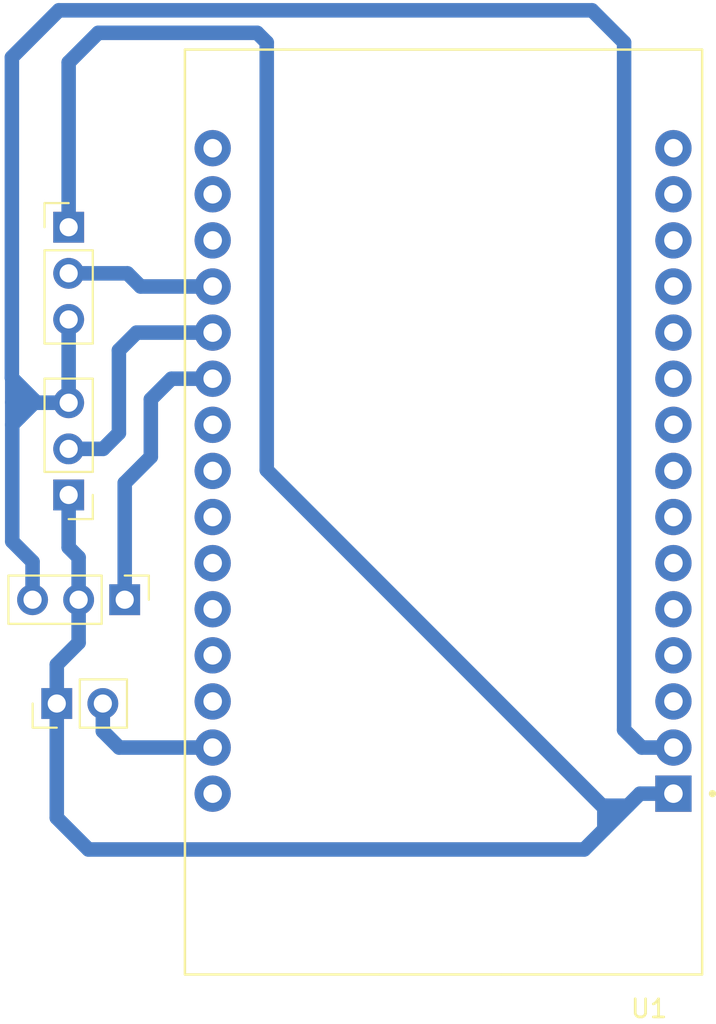
<source format=kicad_pcb>
(kicad_pcb (version 20240108) (generator "pcbnew") (generator_version "8.0")
  (layers (0 "F.Cu" signal) (31 "B.Cu" signal) (34 "B.Paste" user) (35 "F.Paste" user) (36 "B.SilkS" user "B.Silkscreen") (37 "F.SilkS" user "F.Silkscreen") (38 "B.Mask" user) (39 "F.Mask" user) (44 "Edge.Cuts" user))
  (net 0 "")
  (net 1 "Vs")
  (net 2 "GND")
  (net 3 "PS")
  (net 4 "LM1")
  (net 5 "LM2")
  (footprint "ESP32-DEVKIT-V1:MODULE_ESP32_DEVKIT_V1" (layer "F.Cu") (at 115.89 71.28 180)
    (property "Reference" "U1" (at -11.355 -27.36 0) (layer "F.SilkS"))
    (property "Value" "ESP32-DEVKIT-V1")
    (fp_line (start 14.23 25.475) (end -14.28 25.475) (stroke (width 0.127)) (layer "F.SilkS"))
    (fp_line (start 14.23 -25.475) (end 14.23 25.475) (stroke (width 0.127)) (layer "F.SilkS"))
    (fp_line (start 14.23 -25.475) (end 14.23 25.475) (stroke (width 0.127)) (layer "F.SilkS"))
    (fp_line (start 8.78 25.475) (end 14.23 25.475) (stroke (width 0.127)) (layer "F.SilkS"))
    (fp_line (start 3.5 -25.475) (end 14.23 -25.475) (stroke (width 0.127)) (layer "F.SilkS"))
    (fp_line (start -3.211 -25.475) (end 3.5 -25.475) (stroke (width 0.127)) (layer "F.SilkS"))
    (fp_line (start -8.91 25.475) (end 8.78 25.475) (stroke (width 0.127)) (layer "F.SilkS"))
    (fp_line (start -14.28 25.475) (end -8.91 25.475) (stroke (width 0.127)) (layer "F.SilkS"))
    (fp_line (start -14.28 25.475) (end -14.28 -25.475) (stroke (width 0.127)) (layer "F.SilkS"))
    (fp_line (start -14.28 25.475) (end -14.28 -25.475) (stroke (width 0.127)) (layer "F.SilkS"))
    (fp_line (start -14.28 -25.475) (end 14.23 -25.475) (stroke (width 0.127)) (layer "F.SilkS"))
    (fp_line (start -14.28 -25.475) (end -3.211 -25.475) (stroke (width 0.127)) (layer "F.SilkS"))
    (fp_circle (center -14.85 -15.515) (end -14.75 -15.515) (stroke (width 0.2)) (fill none) (layer "F.SilkS"))
    (pad "" np_thru_hole circle (at -12.28 -23.475 180) (size 3 3) (drill 3) (layers "*.Cu" "*.Mask"))
    (pad "" np_thru_hole circle (at -12.28 23.475 180) (size 3 3) (drill 3) (layers "*.Cu" "*.Mask"))
    (pad "" np_thru_hole circle (at 12.23 -23.475 180) (size 3 3) (drill 3) (layers "*.Cu" "*.Mask"))
    (pad "" np_thru_hole circle (at 12.23 23.475 180) (size 3 3) (drill 3) (layers "*.Cu" "*.Mask"))
    (pad "1" thru_hole rect (at -12.7 -15.515 180) (size 2 2) (drill 1.02) (layers "*.Cu" "*.Mask") (net 1 "Vs"))
    (pad "2" thru_hole circle (at -12.7 -12.975 180) (size 2 2) (drill 1.02) (layers "*.Cu" "*.Mask") (net 2 "GND"))
    (pad "3" thru_hole circle (at -12.7 -10.435 180) (size 2 2) (drill 1.02) (layers "*.Cu" "*.Mask"))
    (pad "4" thru_hole circle (at -12.7 -7.895 180) (size 2 2) (drill 1.02) (layers "*.Cu" "*.Mask"))
    (pad "5" thru_hole circle (at -12.7 -5.355 180) (size 2 2) (drill 1.02) (layers "*.Cu" "*.Mask"))
    (pad "6" thru_hole circle (at -12.7 -2.815 180) (size 2 2) (drill 1.02) (layers "*.Cu" "*.Mask"))
    (pad "7" thru_hole circle (at -12.7 -0.275 180) (size 2 2) (drill 1.02) (layers "*.Cu" "*.Mask"))
    (pad "8" thru_hole circle (at -12.7 2.265 180) (size 2 2) (drill 1.02) (layers "*.Cu" "*.Mask"))
    (pad "9" thru_hole circle (at -12.7 4.805 180) (size 2 2) (drill 1.02) (layers "*.Cu" "*.Mask"))
    (pad "10" thru_hole circle (at -12.7 7.345 180) (size 2 2) (drill 1.02) (layers "*.Cu" "*.Mask"))
    (pad "11" thru_hole circle (at -12.7 9.885 180) (size 2 2) (drill 1.02) (layers "*.Cu" "*.Mask"))
    (pad "12" thru_hole circle (at -12.7 12.425 180) (size 2 2) (drill 1.02) (layers "*.Cu" "*.Mask"))
    (pad "13" thru_hole circle (at -12.7 14.965 180) (size 2 2) (drill 1.02) (layers "*.Cu" "*.Mask"))
    (pad "14" thru_hole circle (at -12.7 17.505 180) (size 2 2) (drill 1.02) (layers "*.Cu" "*.Mask"))
    (pad "15" thru_hole circle (at -12.7 20.045 180) (size 2 2) (drill 1.02) (layers "*.Cu" "*.Mask"))
    (pad "16" thru_hole circle (at 12.7 20.045 180) (size 2 2) (drill 1.02) (layers "*.Cu" "*.Mask"))
    (pad "17" thru_hole circle (at 12.7 17.505 180) (size 2 2) (drill 1.02) (layers "*.Cu" "*.Mask"))
    (pad "18" thru_hole circle (at 12.7 14.965 180) (size 2 2) (drill 1.02) (layers "*.Cu" "*.Mask"))
    (pad "19" thru_hole circle (at 12.7 12.425 180) (size 2 2) (drill 1.02) (layers "*.Cu" "*.Mask") (net 4 "LM1"))
    (pad "20" thru_hole circle (at 12.7 9.885 180) (size 2 2) (drill 1.02) (layers "*.Cu" "*.Mask") (net 5 "LM2"))
    (pad "21" thru_hole circle (at 12.7 7.345 180) (size 2 2) (drill 1.02) (layers "*.Cu" "*.Mask") (net 3 "PS"))
    (pad "22" thru_hole circle (at 12.7 4.805 180) (size 2 2) (drill 1.02) (layers "*.Cu" "*.Mask"))
    (pad "23" thru_hole circle (at 12.7 2.265 180) (size 2 2) (drill 1.02) (layers "*.Cu" "*.Mask"))
    (pad "24" thru_hole circle (at 12.7 -0.275 180) (size 2 2) (drill 1.02) (layers "*.Cu" "*.Mask"))
    (pad "25" thru_hole circle (at 12.7 -2.815 180) (size 2 2) (drill 1.02) (layers "*.Cu" "*.Mask"))
    (pad "26" thru_hole circle (at 12.7 -5.355 180) (size 2 2) (drill 1.02) (layers "*.Cu" "*.Mask"))
    (pad "27" thru_hole circle (at 12.7 -7.895 180) (size 2 2) (drill 1.02) (layers "*.Cu" "*.Mask"))
    (pad "28" thru_hole circle (at 12.7 -10.435 180) (size 2 2) (drill 1.02) (layers "*.Cu" "*.Mask"))
    (pad "29" thru_hole circle (at 12.7 -12.975 180) (size 2 2) (drill 1.02) (layers "*.Cu" "*.Mask") (net 2 "GND"))
    (pad "30" thru_hole circle (at 12.7 -15.515 180) (size 2 2) (drill 1.02) (layers "*.Cu" "*.Mask"))
  )
  (footprint "Connector_PinHeader_2.54mm:PinHeader_1x03_P2.54mm_Vertical" (layer "F.Cu") (at 95.25 70.34 180)
    (property "Reference" "U3" (hide yes))
    (property "Value" "LM35-LP" (hide yes))
    (fp_line (start 1.33 1.27) (end 1.33 6.41) (stroke (width 0.12)) (layer "F.SilkS"))
    (fp_line (start -1.33 6.41) (end 1.33 6.41) (stroke (width 0.12)) (layer "F.SilkS"))
    (fp_line (start -1.33 1.27) (end 1.33 1.27) (stroke (width 0.12)) (layer "F.SilkS"))
    (fp_line (start -1.33 1.27) (end -1.33 6.41) (stroke (width 0.12)) (layer "F.SilkS"))
    (fp_line (start -1.33 0) (end -1.33 -1.33) (stroke (width 0.12)) (layer "F.SilkS"))
    (fp_line (start -1.33 -1.33) (end 0 -1.33) (stroke (width 0.12)) (layer "F.SilkS"))
    (pad "1" thru_hole rect (at 0 0 180) (size 1.7 1.7) (drill 1) (layers "*.Cu" "*.Mask") (net 1 "Vs"))
    (pad "2" thru_hole oval (at 0 2.54 180) (size 1.7 1.7) (drill 1) (layers "*.Cu" "*.Mask") (net 5 "LM2"))
    (pad "3" thru_hole oval (at 0 5.08 180) (size 1.7 1.7) (drill 1) (layers "*.Cu" "*.Mask") (net 2 "GND"))
  )
  (footprint "Connector_PinHeader_2.54mm:PinHeader_1x02_P2.54mm_Vertical" (layer "F.Cu") (at 94.595 81.83 90)
    (property "Reference" "J1" (hide yes))
    (property "Value" "Pin Baterai" (hide yes))
    (fp_line (start -1.33 -1.33) (end 0 -1.33) (stroke (width 0.12)) (layer "F.SilkS"))
    (fp_line (start -1.33 0) (end -1.33 -1.33) (stroke (width 0.12)) (layer "F.SilkS"))
    (fp_line (start 1.33 1.27) (end 1.33 3.87) (stroke (width 0.12)) (layer "F.SilkS"))
    (fp_line (start -1.33 1.27) (end 1.33 1.27) (stroke (width 0.12)) (layer "F.SilkS"))
    (fp_line (start -1.33 1.27) (end -1.33 3.87) (stroke (width 0.12)) (layer "F.SilkS"))
    (fp_line (start -1.33 3.87) (end 1.33 3.87) (stroke (width 0.12)) (layer "F.SilkS"))
    (pad "1" thru_hole rect (at 0 0 90) (size 1.7 1.7) (drill 1) (layers "*.Cu" "*.Mask") (net 1 "Vs"))
    (pad "2" thru_hole oval (at 0 2.54 90) (size 1.7 1.7) (drill 1) (layers "*.Cu" "*.Mask") (net 2 "GND"))
  )
  (footprint "Connector_PinHeader_2.54mm:PinHeader_1x03_P2.54mm_Vertical" (layer "F.Cu") (at 95.25 55.59)
    (property "Reference" "U2" (hide yes))
    (property "Value" "LM35-LP" (hide yes))
    (fp_line (start -1.33 -1.33) (end 0 -1.33) (stroke (width 0.12)) (layer "F.SilkS"))
    (fp_line (start -1.33 0) (end -1.33 -1.33) (stroke (width 0.12)) (layer "F.SilkS"))
    (fp_line (start -1.33 1.27) (end -1.33 6.41) (stroke (width 0.12)) (layer "F.SilkS"))
    (fp_line (start -1.33 1.27) (end 1.33 1.27) (stroke (width 0.12)) (layer "F.SilkS"))
    (fp_line (start -1.33 6.41) (end 1.33 6.41) (stroke (width 0.12)) (layer "F.SilkS"))
    (fp_line (start 1.33 1.27) (end 1.33 6.41) (stroke (width 0.12)) (layer "F.SilkS"))
    (pad "1" thru_hole rect (at 0 0) (size 1.7 1.7) (drill 1) (layers "*.Cu" "*.Mask") (net 1 "Vs"))
    (pad "2" thru_hole oval (at 0 2.54) (size 1.7 1.7) (drill 1) (layers "*.Cu" "*.Mask") (net 4 "LM1"))
    (pad "3" thru_hole oval (at 0 5.08) (size 1.7 1.7) (drill 1) (layers "*.Cu" "*.Mask") (net 2 "GND"))
  )
  (footprint "Connector_PinHeader_2.54mm:PinHeader_1x03_P2.54mm_Vertical" (layer "F.Cu") (at 98.34 76.11 -90)
    (property "Reference" "PulseSensor" (hide yes))
    (property "Value" "SEN-11574" (hide yes))
    (fp_line (start -1.33 6.41) (end 1.33 6.41) (stroke (width 0.12)) (layer "F.SilkS"))
    (fp_line (start -1.33 1.27) (end -1.33 6.41) (stroke (width 0.12)) (layer "F.SilkS"))
    (fp_line (start -1.33 1.27) (end 1.33 1.27) (stroke (width 0.12)) (layer "F.SilkS"))
    (fp_line (start 1.33 1.27) (end 1.33 6.41) (stroke (width 0.12)) (layer "F.SilkS"))
    (fp_line (start -1.33 0) (end -1.33 -1.33) (stroke (width 0.12)) (layer "F.SilkS"))
    (fp_line (start -1.33 -1.33) (end 0 -1.33) (stroke (width 0.12)) (layer "F.SilkS"))
    (pad "1" thru_hole rect (at 0 0 270) (size 1.7 1.7) (drill 1) (layers "*.Cu" "*.Mask") (net 3 "PS"))
    (pad "2" thru_hole oval (at 0 2.54 270) (size 1.7 1.7) (drill 1) (layers "*.Cu" "*.Mask") (net 1 "Vs"))
    (pad "3" thru_hole oval (at 0 5.08 270) (size 1.7 1.7) (drill 1) (layers "*.Cu" "*.Mask") (net 2 "GND"))
  )
  (segment (start 95.25 73.23) (end 95.8 73.78) (width 0.8) (layer "B.Cu") (net 1))
  (segment (start 124.78 87.58) (end 124.76 87.56) (width 0.8) (layer "B.Cu") (net 1))
  (segment (start 95.25 46.51) (end 96.88 44.88) (width 0.8) (layer "B.Cu") (net 1))
  (segment (start 95.25 55.59) (end 95.25 46.51) (width 0.8) (layer "B.Cu") (net 1))
  (segment (start 95.8 78.48) (end 95.8 76.11) (width 0.8) (layer "B.Cu") (net 1))
  (segment (start 94.595 88.125) (end 96.34 89.87) (width 0.8) (layer "B.Cu") (net 1))
  (segment (start 126.745 86.795) (end 128.59 86.795) (width 0.8) (layer "B.Cu") (net 1))
  (segment (start 94.595 79.685) (end 95.8 78.48) (width 0.8) (layer "B.Cu") (net 1))
  (segment (start 106.17 68.97) (end 124.76 87.56) (width 0.8) (layer "B.Cu") (net 1))
  (segment (start 125.32 88.22) (end 126.08 87.46) (width 0.8) (layer "B.Cu") (net 1))
  (segment (start 126.08 87.46) (end 124.86 87.46) (width 0.8) (layer "B.Cu") (net 1))
  (segment (start 124.76 87.56) (end 125.32 88.12) (width 0.8) (layer "B.Cu") (net 1))
  (segment (start 96.88 44.88) (end 105.64 44.88) (width 0.8) (layer "B.Cu") (net 1))
  (segment (start 94.595 81.83) (end 94.595 88.125) (width 0.8) (layer "B.Cu") (net 1))
  (segment (start 95.8 73.78) (end 95.8 76.11) (width 0.8) (layer "B.Cu") (net 1))
  (segment (start 124.78 88.76) (end 124.78 87.58) (width 0.8) (layer "B.Cu") (net 1))
  (segment (start 125.32 88.12) (end 125.32 88.22) (width 0.8) (layer "B.Cu") (net 1))
  (segment (start 124.86 87.46) (end 124.76 87.56) (width 0.8) (layer "B.Cu") (net 1))
  (segment (start 94.595 81.83) (end 94.595 79.685) (width 0.8) (layer "B.Cu") (net 1))
  (segment (start 123.67 89.87) (end 124.78 88.76) (width 0.8) (layer "B.Cu") (net 1))
  (segment (start 126.08 87.46) (end 126.745 86.795) (width 0.8) (layer "B.Cu") (net 1))
  (segment (start 96.34 89.87) (end 123.67 89.87) (width 0.8) (layer "B.Cu") (net 1))
  (segment (start 105.64 44.88) (end 106.17 45.41) (width 0.8) (layer "B.Cu") (net 1))
  (segment (start 106.17 45.41) (end 106.17 68.97) (width 0.8) (layer "B.Cu") (net 1))
  (segment (start 124.78 88.76) (end 125.32 88.22) (width 0.8) (layer "B.Cu") (net 1))
  (segment (start 95.25 70.34) (end 95.25 73.23) (width 0.8) (layer "B.Cu") (net 1))
  (segment (start 94.71 43.64) (end 124.1 43.64) (width 0.8) (layer "B.Cu") (net 2))
  (segment (start 126.845 84.255) (end 128.59 84.255) (width 0.8) (layer "B.Cu") (net 2))
  (segment (start 92.14 66.47) (end 92.14 65.23) (width 0.8) (layer "B.Cu") (net 2))
  (segment (start 97.135 83.355) (end 98.035 84.255) (width 0.8) (layer "B.Cu") (net 2))
  (segment (start 98.035 84.255) (end 103.19 84.255) (width 0.8) (layer "B.Cu") (net 2))
  (segment (start 92.14 72.9) (end 93.26 74.02) (width 0.8) (layer "B.Cu") (net 2))
  (segment (start 92.55 66.06) (end 92.14 66.47) (width 0.8) (layer "B.Cu") (net 2))
  (segment (start 93.26 74.02) (end 93.26 76.11) (width 0.8) (layer "B.Cu") (net 2))
  (segment (start 125.87 45.41) (end 125.87 83.28) (width 0.8) (layer "B.Cu") (net 2))
  (segment (start 124.1 43.64) (end 125.87 45.41) (width 0.8) (layer "B.Cu") (net 2))
  (segment (start 95.25 65.26) (end 95.25 60.67) (width 0.8) (layer "B.Cu") (net 2))
  (segment (start 93.32 65.23) (end 93.35 65.26) (width 0.8) (layer "B.Cu") (net 2))
  (segment (start 92.14 66.47) (end 92.14 72.9) (width 0.8) (layer "B.Cu") (net 2))
  (segment (start 95.25 65.26) (end 93.35 65.26) (width 0.8) (layer "B.Cu") (net 2))
  (segment (start 125.87 83.28) (end 126.845 84.255) (width 0.8) (layer "B.Cu") (net 2))
  (segment (start 93.35 65.26) (end 92.55 66.06) (width 0.8) (layer "B.Cu") (net 2))
  (segment (start 92.14 63.91) (end 92.12 63.89) (width 0.8) (layer "B.Cu") (net 2))
  (segment (start 93.35 65.12) (end 92.14 63.91) (width 0.8) (layer "B.Cu") (net 2))
  (segment (start 95.25 65.26) (end 93.49 65.26) (width 0.8) (layer "B.Cu") (net 2))
  (segment (start 92.14 65.23) (end 92.14 63.91) (width 0.8) (layer "B.Cu") (net 2))
  (segment (start 97.135 81.83) (end 97.135 83.355) (width 0.8) (layer "B.Cu") (net 2))
  (segment (start 95.25 65.12) (end 95.38 65.25) (width 0.8) (layer "B.Cu") (net 2))
  (segment (start 92.12 63.89) (end 92.12 46.23) (width 0.8) (layer "B.Cu") (net 2))
  (segment (start 93.35 65.26) (end 93.35 65.12) (width 0.8) (layer "B.Cu") (net 2))
  (segment (start 92.12 46.23) (end 94.71 43.64) (width 0.8) (layer "B.Cu") (net 2))
  (segment (start 92.14 65.23) (end 93.32 65.23) (width 0.8) (layer "B.Cu") (net 2))
  (segment (start 98.34 69.68) (end 99.78 68.24) (width 0.8) (layer "B.Cu") (net 3))
  (segment (start 99.78 65.07) (end 100.915 63.935) (width 0.8) (layer "B.Cu") (net 3))
  (segment (start 98.34 76.11) (end 98.34 69.68) (width 0.8) (layer "B.Cu") (net 3))
  (segment (start 99.78 68.24) (end 99.78 65.07) (width 0.8) (layer "B.Cu") (net 3))
  (segment (start 100.915 63.935) (end 103.19 63.935) (width 0.8) (layer "B.Cu") (net 3))
  (segment (start 95.25 58.13) (end 98.49 58.13) (width 0.8) (layer "B.Cu") (net 4))
  (segment (start 98.49 58.13) (end 99.215 58.855) (width 0.8) (layer "B.Cu") (net 4))
  (segment (start 99.215 58.855) (end 103.19 58.855) (width 0.8) (layer "B.Cu") (net 4))
  (segment (start 98.02 62.37) (end 98.995 61.395) (width 0.8) (layer "B.Cu") (net 5))
  (segment (start 97.15 67.8) (end 98.02 66.93) (width 0.8) (layer "B.Cu") (net 5))
  (segment (start 98.02 66.93) (end 98.02 62.37) (width 0.8) (layer "B.Cu") (net 5))
  (segment (start 98.995 61.395) (end 103.19 61.395) (width 0.8) (layer "B.Cu") (net 5))
  (segment (start 95.25 67.8) (end 97.15 67.8) (width 0.8) (layer "B.Cu") (net 5))
)
</source>
